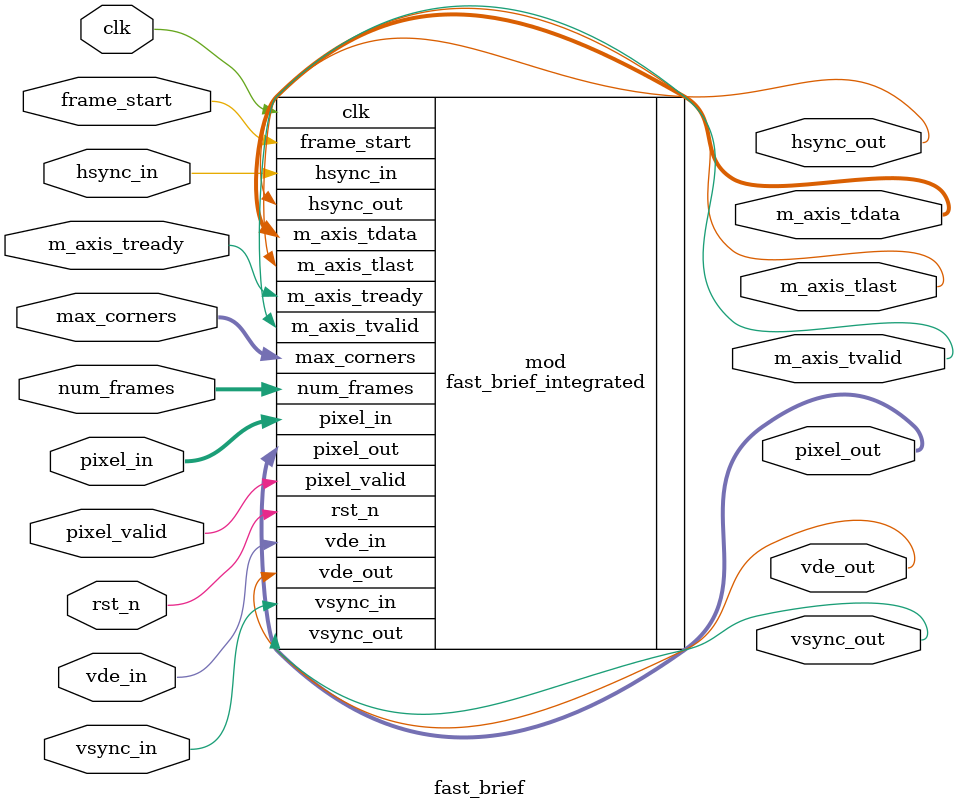
<source format=v>

`timescale 1 ns / 1 ps

	module fast_brief #
	(
		// Users to add parameters here
		parameter IMG_WIDTH = 1280,
        parameter IMG_HEIGHT = 720,
        parameter PIXEL_WIDTH = 8,
        // AXI Stream Parameters
        parameter AXIS_WIDTH = 280 // 256 (desc) + 11 (x) + 11 (y) + 2 (padding)
        //parameter MAX_CORNERS = 1000 // Throttle to prevent Matcher overflow

	)(
		input  wire clk,
        input  wire rst_n,
        
        input  wire [7:0] num_frames,
        input  wire [15:0] max_corners,
        
        // Video input
        input  wire pixel_valid,
        input  wire [PIXEL_WIDTH-1:0] pixel_in,
        input  wire hsync_in,
        input  wire vsync_in,
        input  wire vde_in,
        input  wire frame_start,
        
        // Video output (passthrough with corner marking)
        output wire [23:0] pixel_out,
        output wire hsync_out,
        output wire vsync_out,
        output wire vde_out,
        
        // AXI4-Stream Master Output (Connect to FIFO)
        output wire [AXIS_WIDTH-1:0] m_axis_tdata,
        output wire m_axis_tvalid,
        output wire m_axis_tlast,
        input  wire m_axis_tready // Input from FIFO (Backpressure)
	);

    fast_brief_integrated #(
        .IMG_WIDTH(IMG_WIDTH),
        .IMG_HEIGHT(IMG_HEIGHT),
        .PIXEL_WIDTH(PIXEL_WIDTH),
        .AXIS_WIDTH(AXIS_WIDTH)
        //.MAX_CORNERS(MAX_CORNERS)
        
        ) mod (
            .clk(clk),
            .rst_n(rst_n),
            .num_frames(num_frames),
            .max_corners(max_corners),
            .pixel_valid(pixel_valid),
            .pixel_in(pixel_in),
            .hsync_in(hsync_in),
            .vsync_in(vsync_in),
            .vde_in(vde_in),
            .frame_start(frame_start),
            .pixel_out(pixel_out),
            .hsync_out(hsync_out),
            .vsync_out(vsync_out),
            .vde_out(vde_out),
            .m_axis_tdata(m_axis_tdata),
            .m_axis_tvalid(m_axis_tvalid),
            .m_axis_tlast(m_axis_tlast),
            .m_axis_tready(m_axis_tready)
        
        );

	endmodule

</source>
